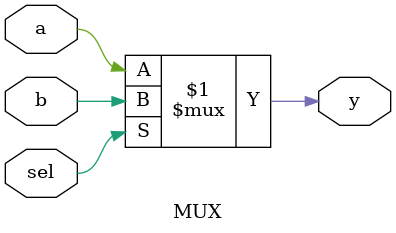
<source format=v>
module MUX (
    input wire a,
    input wire b,
    input wire sel,
    output wire y
);
    assign y = sel ? b : a;
endmodule

</source>
